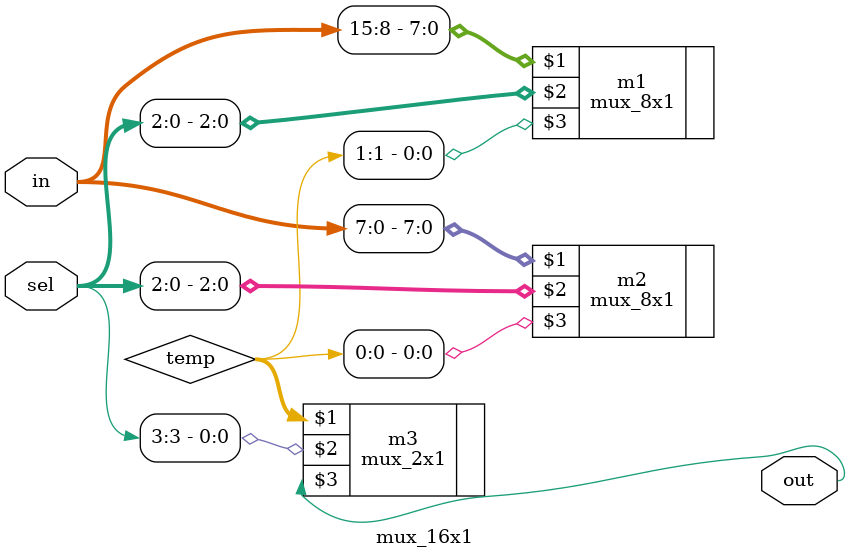
<source format=sv>
module mux_16x1(
        input  logic [15:0] in,
        input  logic [3:0] sel,
        output logic out,
    );
    // temp outputs from 8x1 muxes
    logic [1:0] temp;
    // combining muxes
    mux_8x1 m1(in[15:8], sel[2:0], temp[1]);
    mux_8x1 m2(in[7:0], sel[2:0], temp[0]);
    mux_2x1 m3(temp, sel[3], out);
endmodule
</source>
